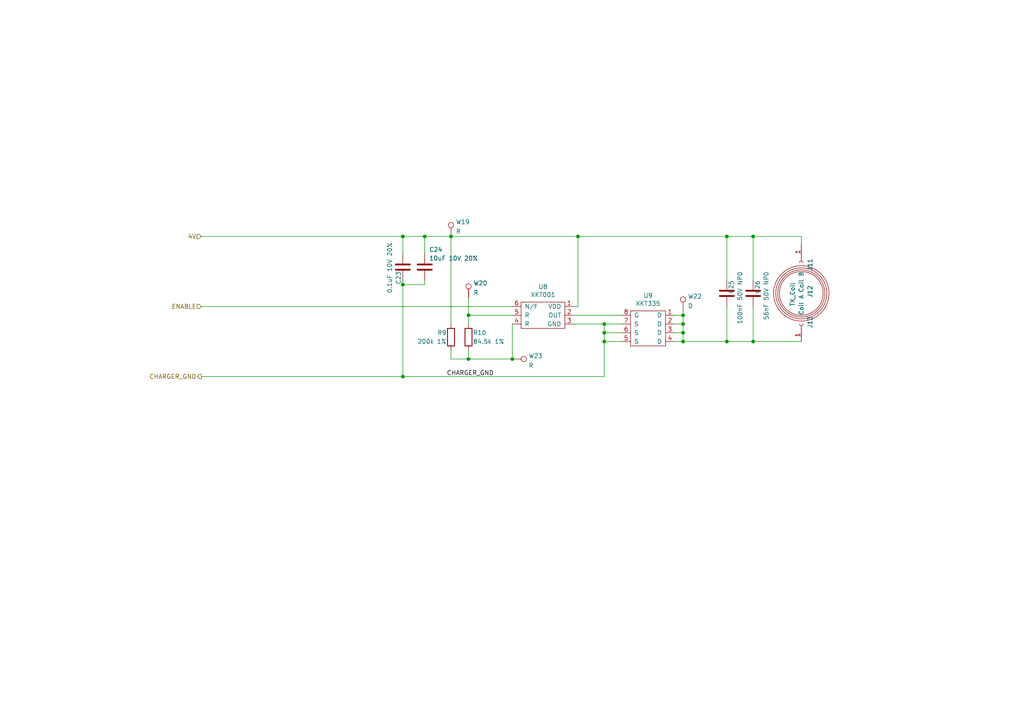
<source format=kicad_sch>
(kicad_sch (version 20211123) (generator eeschema)
  (paper "A4")
  (lib_symbols
    (symbol "Connector:Conn_01x01_Female" (pin_names (offset 1.016) hide)
      (property "Reference" "J" (at 0 2.54 0))
      (property "Value" "Conn_01x01_Female" (at 0 -2.54 0))
      (symbol "Conn_01x01_Female_1_1"
        (polyline (pts (xy -1.27 0) (xy -0.508 0)) (stroke (width 0.1524)))
        (arc (start 0 0.508) (mid -0.508 0) (end 0 -0.508) (stroke (width 0.1524)))
        (pin passive line (at -5.08 0 0) (length 3.81) (name "Pin_1") (number "1"))
      )
    )
    (symbol "Device:C" (pin_numbers hide) (pin_names (offset 0.254))
      (property "Reference" "C" (at 0.635 2.54 0))
      (property "Value" "C" (at 0.635 -2.54 0))
      (symbol "C_0_1"
        (polyline (pts (xy -2.032 -0.762) (xy 2.032 -0.762)) (stroke (width 0.508)))
        (polyline (pts (xy -2.032 0.762) (xy 2.032 0.762)) (stroke (width 0.508)))
      )
      (symbol "C_1_1"
        (pin passive line (at 0 3.81 270) (length 2.794) (name "~") (number "1"))
        (pin passive line (at 0 -3.81 90) (length 2.794) (name "~") (number "2"))
      )
    )
    (symbol "Device:R" (pin_numbers hide) (pin_names (offset 0))
      (property "Reference" "R" (at 2.032 0 90))
      (property "Value" "R" (at 0 0 90))
      (symbol "R_0_1"
        (rectangle (start -1.016 -2.54) (end 1.016 2.54) (stroke (width 0.254)))
      )
      (symbol "R_1_1"
        (pin passive line (at 0 3.81 270) (length 1.27) (name "~") (number "1"))
        (pin passive line (at 0 -3.81 90) (length 1.27) (name "~") (number "2"))
      )
    )
    (symbol "Pixels-dice:TEST_1P-conn" (pin_numbers hide) (pin_names (offset 0.762) hide)
      (property "Reference" "W" (at 0 6.858 0))
      (property "Value" "TEST_1P-conn" (at 0 5.08 0))
      (symbol "TEST_1P-conn_0_1"
        (circle (center 0 3.302) (radius 0.762))
      )
      (symbol "TEST_1P-conn_1_1"
        (pin passive line (at 0 0 90) (length 2.54) (name "1") (number "1"))
      )
    )
    (symbol "Pixels-dice:TX_Coil"
      (property "Reference" "J" (at 0 10.16 0))
      (property "Value" "TX_Coil" (at 0 -10.16 0))
      (symbol "TX_Coil_0_1"
        (circle (center 0 0) (radius 6.35))
        (circle (center 0 0) (radius 6.8392))
        (circle (center 0 0) (radius 7.4053))
        (circle (center 0 0) (radius 8.0322))
      )
    )
    (symbol "Pixels-dice:XKT001" (pin_names (offset 1.016))
      (property "Reference" "U" (at 0 5.08 0))
      (property "Value" "XKT001" (at 0 -5.08 0))
      (symbol "XKT001_0_1"
        (rectangle (start -6.35 3.81) (end 6.35 -3.81))
      )
      (symbol "XKT001_1_1"
        (pin power_in line (at -8.89 2.54 0) (length 2.54) (name "VDD") (number "1"))
        (pin output line (at -8.89 0 0) (length 2.54) (name "OUT") (number "2"))
        (pin power_in line (at -8.89 -2.54 0) (length 2.54) (name "GND") (number "3"))
        (pin passive line (at 8.89 -2.54 180) (length 2.54) (name "R") (number "4"))
        (pin passive line (at 8.89 0 180) (length 2.54) (name "R") (number "5"))
        (pin input line (at 8.89 2.54 180) (length 2.54) (name "N/F") (number "6"))
      )
    )
    (symbol "Pixels-dice:XKT335" (pin_names (offset 1.016))
      (property "Reference" "U" (at 0 6.35 0))
      (property "Value" "XKT335" (at 0 -6.35 0))
      (symbol "XKT335_0_1"
        (rectangle (start -5.08 5.08) (end 5.08 -5.08))
      )
      (symbol "XKT335_1_1"
        (pin input line (at -7.62 3.81 0) (length 2.54) (name "D") (number "1"))
        (pin input line (at -7.62 1.27 0) (length 2.54) (name "D") (number "2"))
        (pin input line (at -7.62 -1.27 0) (length 2.54) (name "D") (number "3"))
        (pin input line (at -7.62 -3.81 0) (length 2.54) (name "D") (number "4"))
        (pin input line (at 7.62 -3.81 180) (length 2.54) (name "S") (number "5"))
        (pin input line (at 7.62 -1.27 180) (length 2.54) (name "S") (number "6"))
        (pin input line (at 7.62 1.27 180) (length 2.54) (name "S") (number "7"))
        (pin input line (at 7.62 3.81 180) (length 2.54) (name "G") (number "8"))
      )
    )
  )
  (junction (at 210.82 68.58))
  (junction (at 148.59 104.14))
  (junction (at 116.84 109.22))
  (junction (at 175.26 96.52))
  (junction (at 130.81 68.58))
  (junction (at 175.26 93.98))
  (junction (at 167.64 68.58))
  (junction (at 218.44 68.58))
  (junction (at 116.84 82.55))
  (junction (at 198.12 96.52))
  (junction (at 116.84 68.58))
  (junction (at 135.89 104.14))
  (junction (at 218.44 99.06))
  (junction (at 198.12 99.06))
  (junction (at 210.82 99.06))
  (junction (at 123.19 68.58))
  (junction (at 175.26 99.06))
  (junction (at 198.12 93.98))
  (junction (at 135.89 91.44))
  (junction (at 198.12 91.44))
  (wire (pts (xy 148.59 93.98) (xy 148.59 104.14)))
  (wire (pts (xy 218.44 99.06) (xy 232.41 99.06)))
  (wire (pts (xy 175.26 99.06) (xy 175.26 109.22)))
  (wire (pts (xy 167.64 68.58) (xy 167.64 88.9)))
  (wire (pts (xy 135.89 104.14) (xy 130.81 104.14)))
  (wire (pts (xy 175.26 96.52) (xy 175.26 99.06)))
  (wire (pts (xy 166.37 88.9) (xy 167.64 88.9)))
  (wire (pts (xy 135.89 104.14) (xy 148.59 104.14)))
  (wire (pts (xy 58.42 109.22) (xy 116.84 109.22)))
  (wire (pts (xy 135.89 93.98) (xy 135.89 91.44)))
  (wire (pts (xy 166.37 91.44) (xy 180.34 91.44)))
  (wire (pts (xy 175.26 99.06) (xy 180.34 99.06)))
  (wire (pts (xy 218.44 81.28) (xy 218.44 68.58)))
  (wire (pts (xy 130.81 104.14) (xy 130.81 101.6)))
  (wire (pts (xy 123.19 81.28) (xy 123.19 82.55)))
  (wire (pts (xy 123.19 82.55) (xy 116.84 82.55)))
  (wire (pts (xy 210.82 88.9) (xy 210.82 99.06)))
  (wire (pts (xy 58.42 88.9) (xy 148.59 88.9)))
  (wire (pts (xy 198.12 91.44) (xy 198.12 90.17)))
  (wire (pts (xy 195.58 91.44) (xy 198.12 91.44)))
  (wire (pts (xy 135.89 91.44) (xy 148.59 91.44)))
  (wire (pts (xy 198.12 91.44) (xy 198.12 93.98)))
  (wire (pts (xy 218.44 88.9) (xy 218.44 99.06)))
  (wire (pts (xy 198.12 93.98) (xy 198.12 96.52)))
  (wire (pts (xy 195.58 96.52) (xy 198.12 96.52)))
  (wire (pts (xy 175.26 96.52) (xy 175.26 93.98)))
  (wire (pts (xy 180.34 93.98) (xy 175.26 93.98)))
  (wire (pts (xy 210.82 68.58) (xy 218.44 68.58)))
  (wire (pts (xy 116.84 81.28) (xy 116.84 82.55)))
  (wire (pts (xy 198.12 99.06) (xy 210.82 99.06)))
  (wire (pts (xy 135.89 86.36) (xy 135.89 91.44)))
  (wire (pts (xy 58.42 68.58) (xy 116.84 68.58)))
  (wire (pts (xy 116.84 73.66) (xy 116.84 68.58)))
  (wire (pts (xy 123.19 68.58) (xy 123.19 73.66)))
  (wire (pts (xy 175.26 93.98) (xy 166.37 93.98)))
  (wire (pts (xy 210.82 99.06) (xy 218.44 99.06)))
  (wire (pts (xy 123.19 68.58) (xy 130.81 68.58)))
  (wire (pts (xy 232.41 68.58) (xy 218.44 68.58)))
  (wire (pts (xy 130.81 68.58) (xy 167.64 68.58)))
  (wire (pts (xy 232.41 71.12) (xy 232.41 68.58)))
  (wire (pts (xy 135.89 104.14) (xy 135.89 101.6)))
  (wire (pts (xy 116.84 82.55) (xy 116.84 109.22)))
  (wire (pts (xy 210.82 81.28) (xy 210.82 68.58)))
  (wire (pts (xy 180.34 96.52) (xy 175.26 96.52)))
  (wire (pts (xy 130.81 68.58) (xy 130.81 93.98)))
  (wire (pts (xy 116.84 109.22) (xy 175.26 109.22)))
  (wire (pts (xy 167.64 68.58) (xy 210.82 68.58)))
  (wire (pts (xy 195.58 93.98) (xy 198.12 93.98)))
  (wire (pts (xy 116.84 68.58) (xy 123.19 68.58)))
  (wire (pts (xy 198.12 99.06) (xy 195.58 99.06)))
  (wire (pts (xy 198.12 96.52) (xy 198.12 99.06)))
  (label "CHARGER_GND" (at 129.54 109.22 0))
  (hierarchical_label "CHARGER_GND" (shape output) (at 58.42 109.22 180))
  (hierarchical_label "4V" (shape input) (at 58.42 68.58 180))
  (hierarchical_label "ENABLE" (shape input) (at 58.42 88.9 180))
  (symbol (lib_id "Pixels-dice:XKT335") (at 187.96 95.25 0) (mirror y) (unit 1)
    (property "Reference" "U9" (at 187.96 85.725 0))
    (property "Value" "XKT335" (at 187.96 88.0364 0))
    (property "Footprint" "Pixels-dice:SOIC-8_3.9x4.9mm_P1.27mm" (effects hide))
    (property "Manufacturer" "XKT" (effects hide))
    (property "Manufacturer Part Number" "XKT-335" (effects hide))
    (property "Generic OK" "NO" (effects hide))
  )
  (symbol (lib_id "Pixels-dice:TEST_1P-conn") (at 148.59 104.14 270) (unit 1)
    (property "Reference" "W23" (at 153.289 103.2315 90) (effects (justify left)))
    (property "Value" "R" (at 153.289 106.0066 90) (effects (justify left)))
    (property "Footprint" "Pixels-dice:TEST_PIN" (effects hide))
  )
  (symbol (lib_id "Pixels-dice:TEST_1P-conn") (at 135.89 86.36 0) (unit 1)
    (property "Reference" "W20" (at 137.287 82.1495 0) (effects (justify left)))
    (property "Value" "R" (at 137.287 84.9246 0) (effects (justify left)))
    (property "Footprint" "Pixels-dice:TEST_PIN" (effects hide))
  )
  (symbol (lib_id "Device:R") (at 130.81 97.79 0) (mirror x) (unit 1)
    (property "Reference" "R9" (at 129.54 96.52 0) (effects (justify right)))
    (property "Value" "200k 1%" (at 129.54 99.06 0) (effects (justify right)))
    (property "Footprint" "Resistor_SMD:R_0402_1005Metric" (effects hide))
    (property "LCSC Part Number" "C25764" (effects hide))
    (property "Manufacturer" "UNI-ROYAL(Uniroyal Elec)" (effects hide))
    (property "Manufacturer Part Number" "0402WGF2003TCE" (effects hide))
    (property "Generic OK" "YES" (effects hide))
  )
  (symbol (lib_id "Pixels-dice:TEST_1P-conn") (at 130.81 68.58 0) (unit 1)
    (property "Reference" "W19" (at 132.207 64.3695 0) (effects (justify left)))
    (property "Value" "R" (at 132.207 67.1446 0) (effects (justify left)))
    (property "Footprint" "Pixels-dice:TEST_PIN" (effects hide))
  )
  (symbol (lib_id "Device:C") (at 210.82 85.09 0) (mirror x) (unit 1)
    (property "Reference" "C25" (at 212.09 81.28 90) (effects (justify left)))
    (property "Value" "100nF 50V NP0" (at 214.63 78.74 90) (effects (justify left)))
    (property "Footprint" "Capacitor_SMD:C_1206_3216Metric" (effects hide))
    (property "LCSC Part Number" "C21812" (effects hide))
    (property "Manufacturer" "Murata" (effects hide))
    (property "Manufacturer Part Number" "GRM31C5C1H104JA01L" (effects hide))
    (property "Generic OK" "NO" (effects hide))
  )
  (symbol (lib_id "Pixels-dice:XKT001") (at 157.48 91.44 0) (mirror y) (unit 1)
    (property "Reference" "U8" (at 157.48 83.185 0))
    (property "Value" "XKT001" (at 157.48 85.4964 0))
    (property "Footprint" "Package_TO_SOT_SMD:SOT-23-6" (effects hide))
    (property "Manufacturer" "XKT" (effects hide))
    (property "Manufacturer Part Number" "XKT-001" (effects hide))
    (property "Generic OK" "NO" (effects hide))
  )
  (symbol (lib_id "Device:C") (at 116.84 77.47 0) (unit 1)
    (property "Reference" "C23" (at 115.57 82.55 90) (effects (justify left)))
    (property "Value" "0.1uF 10V 20%" (at 113.03 85.09 90) (effects (justify left)))
    (property "Footprint" "Capacitor_SMD:C_0402_1005Metric" (effects hide))
    (property "LCSC Part Number" "C2168305" (effects hide))
    (property "Manufacturer" "Murata" (effects hide))
    (property "Manufacturer Part Number" "GRM155R61H104KE19D" (effects hide))
    (property "Generic OK" "YES" (effects hide))
  )
  (symbol (lib_id "Device:R") (at 135.89 97.79 0) (mirror x) (unit 1)
    (property "Reference" "R10" (at 137.16 96.52 0) (effects (justify left)))
    (property "Value" "84.5k 1%" (at 137.16 99.06 0) (effects (justify left)))
    (property "Footprint" "Resistor_SMD:R_0402_1005Metric" (effects hide))
    (property "LCSC Part Number" "C26988" (effects hide))
    (property "Manufacturer" "UNI-ROYAL(Uniroyal Elec)" (effects hide))
    (property "Manufacturer Part Number" "0402WGF8452TCE" (effects hide))
    (property "Generic OK" "YES" (effects hide))
  )
  (symbol (lib_id "Device:C") (at 123.19 77.47 0) (unit 1)
    (property "Reference" "C24" (at 124.46 72.39 0) (effects (justify left)))
    (property "Value" "10uF 10V 20%" (at 124.46 74.93 0) (effects (justify left)))
    (property "Footprint" "Capacitor_SMD:C_0603_1608Metric" (effects hide))
    (property "Manufacturer" "Murata" (effects hide))
    (property "Manufacturer Part Number" "GRM188R61A106ME69D" (effects hide))
    (property "Generic OK" "YES" (effects hide))
  )
  (symbol (lib_id "Device:C") (at 218.44 85.09 0) (mirror x) (unit 1)
    (property "Reference" "C26" (at 219.71 81.28 90) (effects (justify left)))
    (property "Value" "56nF 50V NP0" (at 222.25 78.74 90) (effects (justify left)))
    (property "Footprint" "Capacitor_SMD:C_1206_3216Metric" (effects hide))
    (property "LCSC Part Number" "C441752" (effects hide))
    (property "Manufacturer" "Murata" (effects hide))
    (property "Manufacturer Part Number" "GRM31M5C1H563JA01L" (effects hide))
    (property "Generic OK" "NO" (effects hide))
  )
  (symbol (lib_id "Pixels-dice:TX_Coil") (at 232.41 85.09 0) (unit 1)
    (property "Reference" "J12" (at 234.95 86.36 90) (effects (justify left)))
    (property "Value" "TX_Coil" (at 229.87 88.9 90) (effects (justify left)))
    (property "Footprint" "Pixels-dice:TX Coil" (effects hide))
  )
  (symbol (lib_id "Connector:Conn_01x01_Female") (at 232.41 76.2 90) (mirror x) (unit 1)
    (property "Reference" "J11" (at 234.95 74.93 0) (effects (justify left)))
    (property "Value" "Coil B" (at 232.41 78.74 0) (effects (justify left)))
    (property "Footprint" "TestPoint:TestPoint_THTPad_D2.0mm_Drill1.0mm" (effects hide))
  )
  (symbol (lib_id "Pixels-dice:TEST_1P-conn") (at 198.12 90.17 0) (unit 1)
    (property "Reference" "W22" (at 199.517 85.9595 0) (effects (justify left)))
    (property "Value" "D" (at 199.517 88.7346 0) (effects (justify left)))
    (property "Footprint" "Pixels-dice:TEST_PIN" (effects hide))
  )
  (symbol (lib_id "Connector:Conn_01x01_Female") (at 232.41 93.98 270) (mirror x) (unit 1)
    (property "Reference" "J13" (at 234.95 95.25 0) (effects (justify left)))
    (property "Value" "Coil A" (at 232.41 91.44 0) (effects (justify left)))
    (property "Footprint" "TestPoint:TestPoint_THTPad_D2.0mm_Drill1.0mm" (effects hide))
  )
)
</source>
